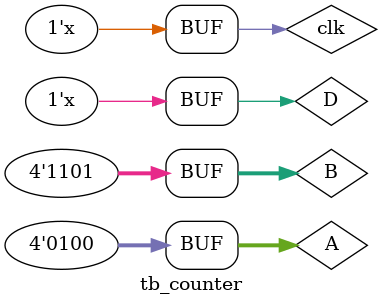
<source format=v>
`timescale 1ns/1ns
module tb_counter();

reg clk;
reg [4-1:0] A;
reg [4-1:0] B;

reg D;
wire [4-1:0] Q;
wire Z_carry;


initial begin
    clk = 0;
    A = 4'd4;
    B = 4'd13;

    D = 1'b0;
end

always #5 clk = ~clk;

always #1000 D = ~D;    //反转方向

counter counter_inst(
    .clk(clk),
    .A(A),
    .B(B),
    .D(D),
    .Q(Q),
    .Z_carry(Z_carry)
);

endmodule
</source>
